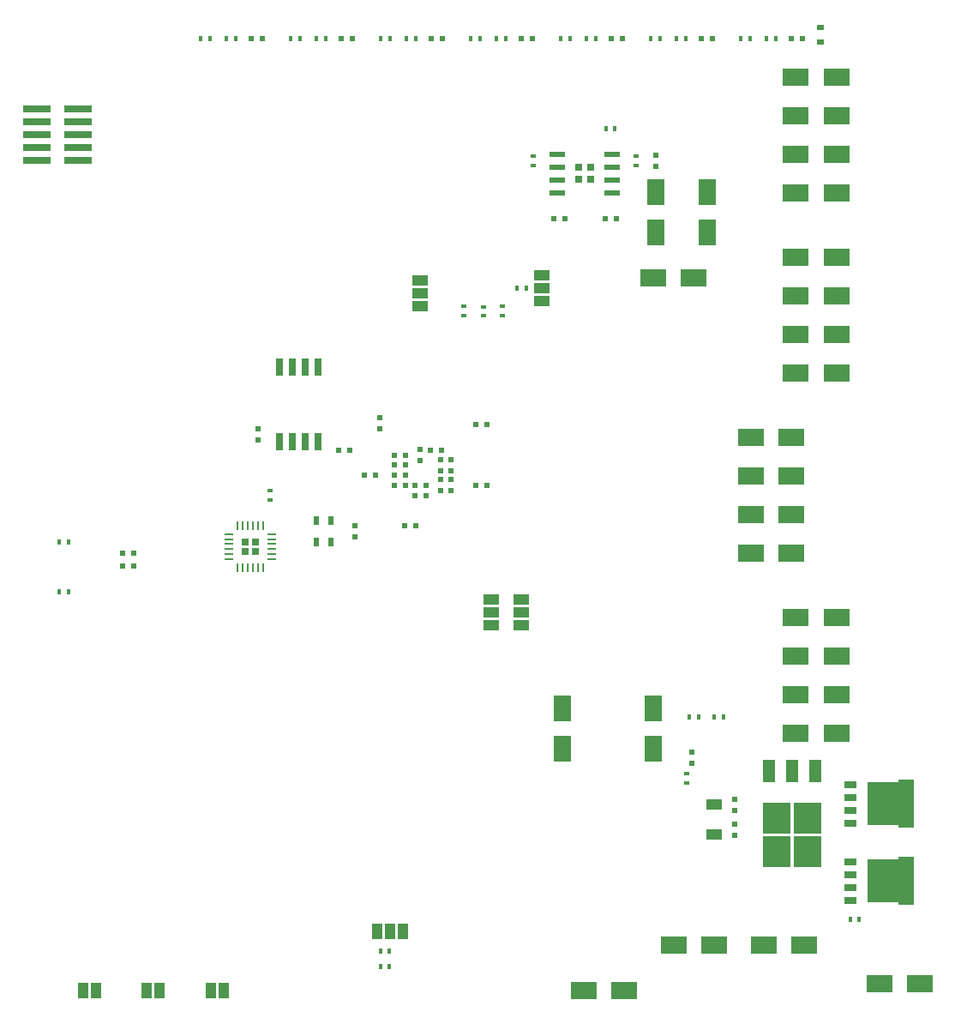
<source format=gbp>
G04 #@! TF.FileFunction,Paste,Bot*
%FSLAX46Y46*%
G04 Gerber Fmt 4.6, Leading zero omitted, Abs format (unit mm)*
G04 Created by KiCad (PCBNEW 4.0.7) date 02/13/20 09:13:16*
%MOMM*%
%LPD*%
G01*
G04 APERTURE LIST*
%ADD10C,0.100000*%
%ADD11R,0.500000X0.600000*%
%ADD12R,0.600000X0.500000*%
%ADD13R,2.499360X1.800860*%
%ADD14R,1.800860X2.499360*%
%ADD15R,1.000000X1.500000*%
%ADD16R,1.500000X1.000000*%
%ADD17R,0.500000X0.900000*%
%ADD18R,0.400000X0.600000*%
%ADD19R,0.600000X0.400000*%
%ADD20R,0.650000X1.700000*%
%ADD21R,1.550000X0.600000*%
%ADD22R,0.705000X0.705000*%
%ADD23R,0.889000X0.254000*%
%ADD24R,0.254000X0.889000*%
%ADD25R,0.762000X0.762000*%
%ADD26R,2.790000X0.740000*%
%ADD27R,1.500000X4.700000*%
%ADD28R,3.100000X4.200000*%
%ADD29R,1.150000X0.700000*%
%ADD30R,1.600000X1.000000*%
%ADD31R,0.700000X0.600000*%
%ADD32R,1.200000X2.200000*%
%ADD33R,2.750000X3.050000*%
G04 APERTURE END LIST*
D10*
D11*
X96300000Y-103950000D03*
X96300000Y-102850000D03*
D12*
X66950000Y-75500000D03*
X68050000Y-75500000D03*
X52790000Y-32385000D03*
X53890000Y-32385000D03*
X61680000Y-32385000D03*
X62780000Y-32385000D03*
X70570000Y-32385000D03*
X71670000Y-32385000D03*
D11*
X100500000Y-111050000D03*
X100500000Y-109950000D03*
X100500000Y-107450000D03*
X100500000Y-108550000D03*
D12*
X79460000Y-32385000D03*
X80560000Y-32385000D03*
X88350000Y-32385000D03*
X89450000Y-32385000D03*
X97240000Y-32385000D03*
X98340000Y-32385000D03*
X106130000Y-32385000D03*
X107230000Y-32385000D03*
D11*
X53500000Y-72050000D03*
X53500000Y-70950000D03*
X72500000Y-77050000D03*
X72500000Y-75950000D03*
D12*
X70050000Y-76500000D03*
X68950000Y-76500000D03*
X70050000Y-77500000D03*
X68950000Y-77500000D03*
X66950000Y-73500000D03*
X68050000Y-73500000D03*
D11*
X63000000Y-80450000D03*
X63000000Y-81550000D03*
D12*
X67950000Y-80500000D03*
X69050000Y-80500000D03*
X62550000Y-73000000D03*
X61450000Y-73000000D03*
X65050000Y-75500000D03*
X63950000Y-75500000D03*
X71550000Y-73000000D03*
X70450000Y-73000000D03*
D11*
X69500000Y-72950000D03*
X69500000Y-74050000D03*
X65500000Y-70900000D03*
X65500000Y-69800000D03*
D12*
X66950000Y-76500000D03*
X68050000Y-76500000D03*
X66950000Y-74500000D03*
X68050000Y-74500000D03*
X74950000Y-76500000D03*
X76050000Y-76500000D03*
D11*
X71500000Y-77050000D03*
X71500000Y-75950000D03*
X71500000Y-75050000D03*
X71500000Y-73950000D03*
X72500000Y-75050000D03*
X72500000Y-73950000D03*
D12*
X74950000Y-70500000D03*
X76050000Y-70500000D03*
X83735000Y-50165000D03*
X82635000Y-50165000D03*
D11*
X92710000Y-45000000D03*
X92710000Y-43900000D03*
D12*
X88815000Y-50165000D03*
X87715000Y-50165000D03*
X41190000Y-83185000D03*
X40090000Y-83185000D03*
X41190000Y-84455000D03*
X40090000Y-84455000D03*
D13*
X98518980Y-121920000D03*
X94521020Y-121920000D03*
X107408980Y-121920000D03*
X103411020Y-121920000D03*
X89628980Y-126365000D03*
X85631020Y-126365000D03*
X118838980Y-125730000D03*
X114841020Y-125730000D03*
D14*
X92710000Y-47531020D03*
X92710000Y-51528980D03*
D15*
X37439400Y-126365000D03*
X36169400Y-126365000D03*
X43750070Y-126365000D03*
X42480070Y-126365000D03*
X50110230Y-126365000D03*
X48840230Y-126365000D03*
D16*
X76500000Y-87730000D03*
X76500000Y-89000000D03*
X76500000Y-90270000D03*
X81500000Y-55730000D03*
X81500000Y-57000000D03*
X81500000Y-58270000D03*
D15*
X65230000Y-120500000D03*
X66500000Y-120500000D03*
X67770000Y-120500000D03*
D17*
X59200000Y-80000000D03*
X60700000Y-80000000D03*
X59200000Y-82100000D03*
X60700000Y-82100000D03*
D18*
X48710000Y-32385000D03*
X47810000Y-32385000D03*
X51250000Y-32385000D03*
X50350000Y-32385000D03*
X57600000Y-32385000D03*
X56700000Y-32385000D03*
X60140000Y-32385000D03*
X59240000Y-32385000D03*
D19*
X75750000Y-59750000D03*
X75750000Y-58850000D03*
X73750000Y-59700000D03*
X73750000Y-58800000D03*
D18*
X66490000Y-32385000D03*
X65590000Y-32385000D03*
X69030000Y-32385000D03*
X68130000Y-32385000D03*
X75380000Y-32385000D03*
X74480000Y-32385000D03*
X77920000Y-32385000D03*
X77020000Y-32385000D03*
D19*
X77600000Y-59700000D03*
X77600000Y-58800000D03*
D18*
X84270000Y-32385000D03*
X83370000Y-32385000D03*
X86810000Y-32385000D03*
X85910000Y-32385000D03*
D19*
X95800000Y-104950000D03*
X95800000Y-105850000D03*
D18*
X93160000Y-32385000D03*
X92260000Y-32385000D03*
X98550000Y-99400000D03*
X99450000Y-99400000D03*
X95700000Y-32385000D03*
X94800000Y-32385000D03*
X112845000Y-119380000D03*
X111945000Y-119380000D03*
X102050000Y-32385000D03*
X101150000Y-32385000D03*
X104590000Y-32385000D03*
X103690000Y-32385000D03*
X79050000Y-57000000D03*
X79950000Y-57000000D03*
X66450000Y-122500000D03*
X65550000Y-122500000D03*
X66450000Y-124000000D03*
X65550000Y-124000000D03*
D19*
X90805000Y-44000000D03*
X90805000Y-44900000D03*
X80645000Y-44900000D03*
X80645000Y-44000000D03*
D18*
X88715000Y-41275000D03*
X87815000Y-41275000D03*
X34750000Y-82100000D03*
X33850000Y-82100000D03*
X34740000Y-86995000D03*
X33840000Y-86995000D03*
D19*
X54610000Y-77020000D03*
X54610000Y-77920000D03*
D20*
X55595000Y-64850000D03*
X56865000Y-64850000D03*
X58135000Y-64850000D03*
X59405000Y-64850000D03*
X59405000Y-72150000D03*
X58135000Y-72150000D03*
X56865000Y-72150000D03*
X55595000Y-72150000D03*
D21*
X83025000Y-47625000D03*
X83025000Y-46355000D03*
X83025000Y-45085000D03*
X83025000Y-43815000D03*
X88425000Y-43815000D03*
X88425000Y-45085000D03*
X88425000Y-46355000D03*
X88425000Y-47625000D03*
D22*
X86312500Y-45132500D03*
X86312500Y-46307500D03*
X85137500Y-45132500D03*
X85137500Y-46307500D03*
D23*
X50609500Y-83802220D03*
D24*
X51452780Y-80454500D03*
D23*
X54800500Y-81297780D03*
D24*
X53957220Y-84645500D03*
D23*
X50609500Y-83301840D03*
D24*
X51953160Y-80454500D03*
D23*
X54800500Y-81798160D03*
D24*
X53456840Y-84645500D03*
D23*
X50609500Y-82801460D03*
D24*
X52453540Y-80454500D03*
D23*
X54800500Y-82298540D03*
D24*
X52956460Y-84645500D03*
D23*
X50609500Y-82301080D03*
D24*
X52953920Y-80454500D03*
D23*
X54800500Y-82798920D03*
D24*
X52456080Y-84645500D03*
D23*
X50609500Y-81800700D03*
D24*
X53454300Y-80454500D03*
D23*
X54800500Y-83299300D03*
D24*
X51955700Y-84645500D03*
D23*
X50609500Y-81300320D03*
D24*
X53954680Y-80454500D03*
D23*
X54800500Y-83799680D03*
D24*
X51455320Y-84645500D03*
D25*
X53205380Y-83050380D03*
X52204620Y-83050380D03*
X52204620Y-82049620D03*
X53205380Y-82049620D03*
D13*
X110583980Y-47625000D03*
X106586020Y-47625000D03*
X110583980Y-43815000D03*
X106586020Y-43815000D03*
X110583980Y-40005000D03*
X106586020Y-40005000D03*
X110583980Y-36195000D03*
X106586020Y-36195000D03*
X110583980Y-65405000D03*
X106586020Y-65405000D03*
X110583980Y-61595000D03*
X106586020Y-61595000D03*
X110583980Y-57785000D03*
X106586020Y-57785000D03*
X110583980Y-53975000D03*
X106586020Y-53975000D03*
X106138980Y-83185000D03*
X102141020Y-83185000D03*
X106138980Y-79375000D03*
X102141020Y-79375000D03*
X106138980Y-75565000D03*
X102141020Y-75565000D03*
X106138980Y-71755000D03*
X102141020Y-71755000D03*
X110583980Y-100965000D03*
X106586020Y-100965000D03*
X110583980Y-97155000D03*
X106586020Y-97155000D03*
X110583980Y-93345000D03*
X106586020Y-93345000D03*
X110583980Y-89535000D03*
X106586020Y-89535000D03*
D14*
X83500000Y-102498980D03*
X83500000Y-98501020D03*
X92500000Y-102498980D03*
X92500000Y-98501020D03*
D26*
X31623000Y-43180000D03*
X35687000Y-43180000D03*
X31623000Y-41910000D03*
X35687000Y-41910000D03*
X35687000Y-39370000D03*
X31623000Y-39370000D03*
X35687000Y-40640000D03*
X31623000Y-40640000D03*
X31623000Y-44450000D03*
X35687000Y-44450000D03*
D18*
X96050000Y-99400000D03*
X96950000Y-99400000D03*
D27*
X117475000Y-107950000D03*
D28*
X115175000Y-107950000D03*
D29*
X112000000Y-109850000D03*
X112000000Y-108580000D03*
X112000000Y-107310000D03*
X112000000Y-106040000D03*
D27*
X117475000Y-115570000D03*
D28*
X115175000Y-115570000D03*
D29*
X112000000Y-117470000D03*
X112000000Y-116200000D03*
X112000000Y-114930000D03*
X112000000Y-113660000D03*
D14*
X97790000Y-51528980D03*
X97790000Y-47531020D03*
D30*
X98500000Y-111000000D03*
X98500000Y-108000000D03*
D16*
X69500000Y-56230000D03*
X69500000Y-57500000D03*
X69500000Y-58770000D03*
X79500000Y-87730000D03*
X79500000Y-89000000D03*
X79500000Y-90270000D03*
D31*
X109000000Y-32700000D03*
X109000000Y-31300000D03*
D13*
X92501020Y-56000000D03*
X96498980Y-56000000D03*
D32*
X103920000Y-104700000D03*
X106200000Y-104700000D03*
X108480000Y-104700000D03*
D33*
X107725000Y-112675000D03*
X104675000Y-109325000D03*
X104675000Y-112675000D03*
X107725000Y-109325000D03*
M02*

</source>
